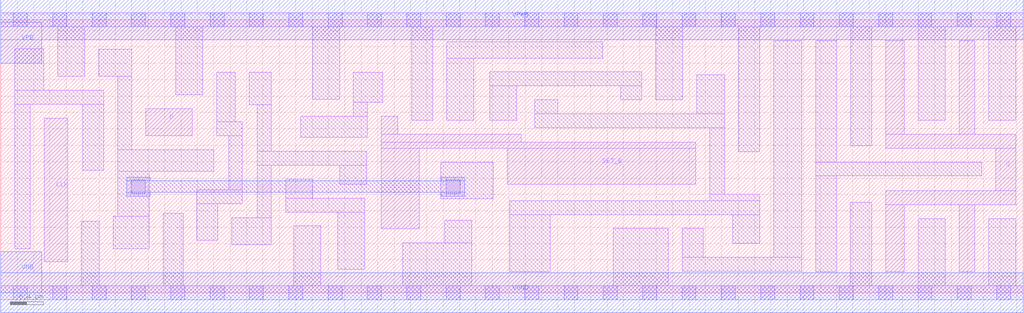
<source format=lef>
# Copyright 2020 The SkyWater PDK Authors
#
# Licensed under the Apache License, Version 2.0 (the "License");
# you may not use this file except in compliance with the License.
# You may obtain a copy of the License at
#
#     https://www.apache.org/licenses/LICENSE-2.0
#
# Unless required by applicable law or agreed to in writing, software
# distributed under the License is distributed on an "AS IS" BASIS,
# WITHOUT WARRANTIES OR CONDITIONS OF ANY KIND, either express or implied.
# See the License for the specific language governing permissions and
# limitations under the License.
#
# SPDX-License-Identifier: Apache-2.0

VERSION 5.5 ;
NAMESCASESENSITIVE ON ;
BUSBITCHARS "[]" ;
DIVIDERCHAR "/" ;
MACRO sky130_fd_sc_lp__dfstp_4
  CLASS CORE ;
  SOURCE USER ;
  ORIGIN  0.000000  0.000000 ;
  SIZE  12.48000 BY  3.330000 ;
  SYMMETRY X Y R90 ;
  SITE unit ;
  PIN D
    ANTENNAGATEAREA  0.126000 ;
    DIRECTION INPUT ;
    USE SIGNAL ;
    PORT
      LAYER li1 ;
        RECT 1.770000 1.915000 2.340000 2.245000 ;
    END
  END D
  PIN Q
    ANTENNADIFFAREA  1.176000 ;
    DIRECTION OUTPUT ;
    USE SIGNAL ;
    PORT
      LAYER li1 ;
        RECT 10.800000 0.255000 11.025000 1.075000 ;
        RECT 10.800000 1.075000 12.390000 1.245000 ;
        RECT 10.800000 1.765000 12.390000 1.935000 ;
        RECT 10.800000 1.935000 11.025000 3.075000 ;
        RECT 11.695000 0.255000 11.885000 1.075000 ;
        RECT 11.695000 1.935000 11.885000 3.075000 ;
        RECT 12.145000 1.245000 12.390000 1.765000 ;
    END
  END Q
  PIN SET_B
    ANTENNAGATEAREA  0.252000 ;
    DIRECTION INPUT ;
    USE SIGNAL ;
    PORT
      LAYER li1 ;
        RECT 4.645000 0.780000 5.110000 1.765000 ;
        RECT 4.645000 1.765000 8.485000 1.835000 ;
        RECT 4.645000 1.835000 6.350000 1.935000 ;
        RECT 4.645000 1.935000 4.845000 2.155000 ;
        RECT 6.180000 1.325000 8.485000 1.765000 ;
    END
  END SET_B
  PIN CLK
    ANTENNAGATEAREA  0.159000 ;
    DIRECTION INPUT ;
    USE CLOCK ;
    PORT
      LAYER li1 ;
        RECT 0.530000 0.380000 0.815000 2.130000 ;
    END
  END CLK
  PIN VGND
    DIRECTION INOUT ;
    USE GROUND ;
    PORT
      LAYER met1 ;
        RECT 0.000000 -0.245000 12.480000 0.245000 ;
    END
  END VGND
  PIN VNB
    DIRECTION INOUT ;
    USE GROUND ;
    PORT
      LAYER met1 ;
        RECT 0.000000 0.000000 0.500000 0.500000 ;
    END
  END VNB
  PIN VPB
    DIRECTION INOUT ;
    USE POWER ;
    PORT
      LAYER met1 ;
        RECT 0.000000 2.800000 0.500000 3.300000 ;
    END
  END VPB
  PIN VPWR
    DIRECTION INOUT ;
    USE POWER ;
    PORT
      LAYER met1 ;
        RECT 0.000000 3.085000 12.480000 3.575000 ;
    END
  END VPWR
  OBS
    LAYER li1 ;
      RECT  0.000000 -0.085000 12.480000 0.085000 ;
      RECT  0.000000  3.245000 12.480000 3.415000 ;
      RECT  0.170000  0.540000  0.360000 2.300000 ;
      RECT  0.170000  2.300000  1.260000 2.470000 ;
      RECT  0.170000  2.470000  0.525000 2.975000 ;
      RECT  0.695000  2.640000  1.025000 3.245000 ;
      RECT  0.985000  0.085000  1.205000 0.870000 ;
      RECT  1.000000  1.495000  1.260000 2.300000 ;
      RECT  1.195000  2.640000  1.600000 2.970000 ;
      RECT  1.375000  0.540000  1.815000 0.935000 ;
      RECT  1.430000  0.935000  1.815000 1.485000 ;
      RECT  1.430000  1.485000  2.600000 1.745000 ;
      RECT  1.430000  1.745000  1.600000 2.640000 ;
      RECT  1.985000  0.085000  2.225000 0.970000 ;
      RECT  2.135000  2.415000  2.465000 3.245000 ;
      RECT  2.395000  0.640000  2.650000 1.085000 ;
      RECT  2.395000  1.085000  2.950000 1.255000 ;
      RECT  2.635000  1.915000  2.950000 2.085000 ;
      RECT  2.635000  2.085000  2.865000 2.690000 ;
      RECT  2.780000  1.255000  2.950000 1.915000 ;
      RECT  2.820000  0.585000  3.300000 0.915000 ;
      RECT  3.035000  2.295000  3.300000 2.690000 ;
      RECT  3.130000  0.915000  3.300000 1.555000 ;
      RECT  3.130000  1.555000  4.465000 1.725000 ;
      RECT  3.130000  1.725000  3.300000 2.295000 ;
      RECT  3.480000  0.985000  4.445000 1.155000 ;
      RECT  3.480000  1.155000  3.810000 1.385000 ;
      RECT  3.575000  0.085000  3.905000 0.815000 ;
      RECT  3.660000  1.895000  4.475000 2.155000 ;
      RECT  3.805000  2.360000  4.135000 3.245000 ;
      RECT  4.115000  0.285000  4.445000 0.985000 ;
      RECT  4.135000  1.325000  4.465000 1.555000 ;
      RECT  4.305000  2.155000  4.475000 2.325000 ;
      RECT  4.305000  2.325000  4.660000 2.690000 ;
      RECT  4.905000  0.085000  5.750000 0.610000 ;
      RECT  5.015000  2.105000  5.275000 3.245000 ;
      RECT  5.370000  1.150000  6.010000 1.595000 ;
      RECT  5.420000  0.610000  5.750000 0.885000 ;
      RECT  5.445000  2.105000  5.775000 2.865000 ;
      RECT  5.445000  2.865000  7.345000 3.065000 ;
      RECT  5.965000  2.105000  6.295000 2.525000 ;
      RECT  5.965000  2.525000  7.825000 2.695000 ;
      RECT  6.210000  0.255000  6.705000 0.955000 ;
      RECT  6.210000  0.955000  9.265000 1.125000 ;
      RECT  6.520000  2.015000  8.835000 2.185000 ;
      RECT  6.520000  2.185000  6.795000 2.355000 ;
      RECT  7.475000  0.085000  8.145000 0.785000 ;
      RECT  7.565000  2.355000  7.825000 2.525000 ;
      RECT  7.995000  2.355000  8.325000 3.245000 ;
      RECT  8.315000  0.265000  9.775000 0.435000 ;
      RECT  8.315000  0.435000  8.575000 0.785000 ;
      RECT  8.495000  2.185000  8.835000 2.660000 ;
      RECT  8.655000  1.125000  9.265000 1.205000 ;
      RECT  8.655000  1.205000  8.835000 2.015000 ;
      RECT  8.935000  0.605000  9.265000 0.955000 ;
      RECT  9.005000  1.720000  9.265000 3.245000 ;
      RECT  9.435000  0.435000  9.775000 3.075000 ;
      RECT  9.945000  0.255000 10.200000 1.425000 ;
      RECT  9.945000  1.425000 11.975000 1.595000 ;
      RECT  9.945000  1.595000 10.205000 3.075000 ;
      RECT 10.370000  0.085000 10.630000 1.105000 ;
      RECT 10.375000  1.795000 10.630000 3.245000 ;
      RECT 11.195000  0.085000 11.525000 0.905000 ;
      RECT 11.195000  2.105000 11.525000 3.245000 ;
      RECT 12.055000  0.085000 12.385000 0.905000 ;
      RECT 12.055000  2.105000 12.385000 3.245000 ;
    LAYER mcon ;
      RECT  0.155000 -0.085000  0.325000 0.085000 ;
      RECT  0.155000  3.245000  0.325000 3.415000 ;
      RECT  0.635000 -0.085000  0.805000 0.085000 ;
      RECT  0.635000  3.245000  0.805000 3.415000 ;
      RECT  1.115000 -0.085000  1.285000 0.085000 ;
      RECT  1.115000  3.245000  1.285000 3.415000 ;
      RECT  1.595000 -0.085000  1.765000 0.085000 ;
      RECT  1.595000  1.210000  1.765000 1.380000 ;
      RECT  1.595000  3.245000  1.765000 3.415000 ;
      RECT  2.075000 -0.085000  2.245000 0.085000 ;
      RECT  2.075000  3.245000  2.245000 3.415000 ;
      RECT  2.555000 -0.085000  2.725000 0.085000 ;
      RECT  2.555000  3.245000  2.725000 3.415000 ;
      RECT  3.035000 -0.085000  3.205000 0.085000 ;
      RECT  3.035000  3.245000  3.205000 3.415000 ;
      RECT  3.515000 -0.085000  3.685000 0.085000 ;
      RECT  3.515000  3.245000  3.685000 3.415000 ;
      RECT  3.995000 -0.085000  4.165000 0.085000 ;
      RECT  3.995000  3.245000  4.165000 3.415000 ;
      RECT  4.475000 -0.085000  4.645000 0.085000 ;
      RECT  4.475000  3.245000  4.645000 3.415000 ;
      RECT  4.955000 -0.085000  5.125000 0.085000 ;
      RECT  4.955000  3.245000  5.125000 3.415000 ;
      RECT  5.435000 -0.085000  5.605000 0.085000 ;
      RECT  5.435000  1.210000  5.605000 1.380000 ;
      RECT  5.435000  3.245000  5.605000 3.415000 ;
      RECT  5.915000 -0.085000  6.085000 0.085000 ;
      RECT  5.915000  3.245000  6.085000 3.415000 ;
      RECT  6.395000 -0.085000  6.565000 0.085000 ;
      RECT  6.395000  3.245000  6.565000 3.415000 ;
      RECT  6.875000 -0.085000  7.045000 0.085000 ;
      RECT  6.875000  3.245000  7.045000 3.415000 ;
      RECT  7.355000 -0.085000  7.525000 0.085000 ;
      RECT  7.355000  3.245000  7.525000 3.415000 ;
      RECT  7.835000 -0.085000  8.005000 0.085000 ;
      RECT  7.835000  3.245000  8.005000 3.415000 ;
      RECT  8.315000 -0.085000  8.485000 0.085000 ;
      RECT  8.315000  3.245000  8.485000 3.415000 ;
      RECT  8.795000 -0.085000  8.965000 0.085000 ;
      RECT  8.795000  3.245000  8.965000 3.415000 ;
      RECT  9.275000 -0.085000  9.445000 0.085000 ;
      RECT  9.275000  3.245000  9.445000 3.415000 ;
      RECT  9.755000 -0.085000  9.925000 0.085000 ;
      RECT  9.755000  3.245000  9.925000 3.415000 ;
      RECT 10.235000 -0.085000 10.405000 0.085000 ;
      RECT 10.235000  3.245000 10.405000 3.415000 ;
      RECT 10.715000 -0.085000 10.885000 0.085000 ;
      RECT 10.715000  3.245000 10.885000 3.415000 ;
      RECT 11.195000 -0.085000 11.365000 0.085000 ;
      RECT 11.195000  3.245000 11.365000 3.415000 ;
      RECT 11.675000 -0.085000 11.845000 0.085000 ;
      RECT 11.675000  3.245000 11.845000 3.415000 ;
      RECT 12.155000 -0.085000 12.325000 0.085000 ;
      RECT 12.155000  3.245000 12.325000 3.415000 ;
    LAYER met1 ;
      RECT 1.535000 1.180000 1.825000 1.225000 ;
      RECT 1.535000 1.225000 5.665000 1.365000 ;
      RECT 1.535000 1.365000 1.825000 1.410000 ;
      RECT 5.375000 1.180000 5.665000 1.225000 ;
      RECT 5.375000 1.365000 5.665000 1.410000 ;
  END
END sky130_fd_sc_lp__dfstp_4
END LIBRARY

</source>
